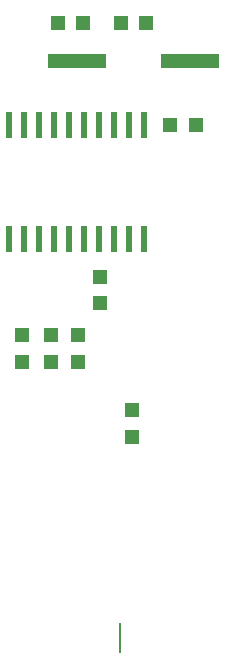
<source format=gtp>
%FSTAX24Y24*%
%MOIN*%
G70*
G01*
G75*
G04 Layer_Color=8421504*
%ADD10R,0.0050X0.1000*%
%ADD11R,0.0500X0.0500*%
%ADD12R,0.0500X0.0500*%
%ADD13R,0.1969X0.0480*%
%ADD14R,0.0240X0.0870*%
%ADD15R,0.0240X0.0870*%
%ADD16C,0.0240*%
%ADD17C,0.0200*%
%ADD18C,0.0160*%
%ADD19C,0.0120*%
%ADD20O,0.0679X0.1200*%
%ADD21O,0.1200X0.0679*%
%ADD22C,0.1550*%
%ADD23C,0.0400*%
%ADD24C,0.0060*%
%ADD25C,0.0050*%
%ADD26C,0.0020*%
%ADD27C,0.0100*%
%ADD28C,0.0034*%
D10*
X042809Y013349D02*
D03*
D11*
X04215Y02537D02*
D03*
Y02453D02*
D03*
X03955Y02255D02*
D03*
Y02345D02*
D03*
X0405Y02255D02*
D03*
Y02345D02*
D03*
X0414D02*
D03*
Y02255D02*
D03*
X0432Y02095D02*
D03*
Y02005D02*
D03*
D12*
X04448Y03045D02*
D03*
X04532D02*
D03*
X04367Y03385D02*
D03*
X04283D02*
D03*
X04073D02*
D03*
X04157D02*
D03*
D13*
X041365Y0326D02*
D03*
X045135D02*
D03*
D14*
X0431Y03045D02*
D03*
X0426D02*
D03*
X0391D02*
D03*
X0396D02*
D03*
X0401D02*
D03*
X0406D02*
D03*
X0411D02*
D03*
X0416D02*
D03*
X0421D02*
D03*
X0436Y02665D02*
D03*
X0431D02*
D03*
X0426D02*
D03*
X0421D02*
D03*
X0416D02*
D03*
X0411D02*
D03*
X0406D02*
D03*
X0401D02*
D03*
X0396D02*
D03*
X0391D02*
D03*
D15*
X0436Y03045D02*
D03*
M02*

</source>
